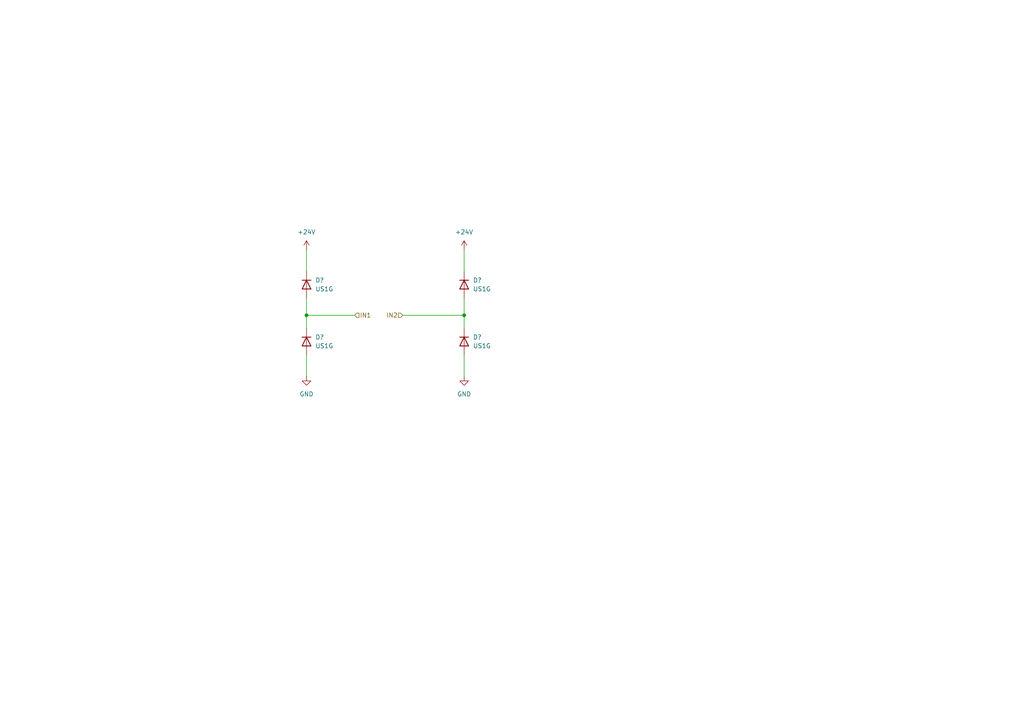
<source format=kicad_sch>
(kicad_sch (version 20211123) (generator eeschema)
  (paper "A4")
  (lib_symbols
    (symbol "Diode:US1G" (pin_numbers hide) (pin_names (offset 1.016) hide)
      (property "Reference" "D" (at 0 2.54 0))
      (property "Value" "US1G" (at 0 -2.54 0))
      (symbol "US1G_0_1"
        (polyline (pts (xy -1.27 1.27) (xy -1.27 -1.27)) (stroke (width 0.254)))
        (polyline (pts (xy 1.27 0) (xy -1.27 0)))
        (polyline (pts (xy 1.27 1.27) (xy 1.27 -1.27) (xy -1.27 0) (xy 1.27 1.27)) (stroke (width 0.254)))
      )
      (symbol "US1G_1_1"
        (pin passive line (at -3.81 0 0) (length 2.54) (name "K") (number "1"))
        (pin passive line (at 3.81 0 180) (length 2.54) (name "A") (number "2"))
      )
    )
    (symbol "power:+24V" (power) (pin_names (offset 0))
      (property "Value" "+24V" (at 0 3.556 0))
      (symbol "+24V_0_1"
        (polyline (pts (xy -0.762 1.27) (xy 0 2.54)))
        (polyline (pts (xy 0 0) (xy 0 2.54)))
        (polyline (pts (xy 0 2.54) (xy 0.762 1.27)))
      )
      (symbol "+24V_1_1"
        (pin power_in line (at 0 0 90) (length 0) hide (name "+24V") (number "1"))
      )
    )
    (symbol "power:GND" (power) (pin_names (offset 0))
      (property "Value" "GND" (at 0 -3.81 0))
      (symbol "GND_0_1"
        (polyline (pts (xy 0 0) (xy 0 -1.27) (xy 1.27 -1.27) (xy 0 -2.54) (xy -1.27 -1.27) (xy 0 -1.27)))
      )
      (symbol "GND_1_1"
        (pin power_in line (at 0 0 270) (length 0) hide (name "GND") (number "1"))
      )
    )
  )
  (junction (at 88.9 91.44))
  (junction (at 134.62 91.44))
  (wire (pts (xy 88.9 102.87) (xy 88.9 109.22)))
  (wire (pts (xy 88.9 91.44) (xy 102.87 91.44)))
  (wire (pts (xy 134.62 86.36) (xy 134.62 91.44)))
  (wire (pts (xy 134.62 72.39) (xy 134.62 78.74)))
  (wire (pts (xy 88.9 86.36) (xy 88.9 91.44)))
  (wire (pts (xy 134.62 91.44) (xy 134.62 95.25)))
  (wire (pts (xy 134.62 102.87) (xy 134.62 109.22)))
  (wire (pts (xy 88.9 91.44) (xy 88.9 95.25)))
  (wire (pts (xy 116.84 91.44) (xy 134.62 91.44)))
  (wire (pts (xy 88.9 72.39) (xy 88.9 78.74)))
  (hierarchical_label "IN2" (shape input) (at 116.84 91.44 180))
  (hierarchical_label "IN1" (shape input) (at 102.87 91.44 0))
  (symbol (lib_id "power:+24V") (at 134.62 72.39 0)
    (property "Reference" "#PWR?" (effects hide))
    (property "Value" "+24V" (at 134.62 67.31 0))
  )
  (symbol (lib_id "Diode:US1G") (at 88.9 99.06 270)
    (property "Reference" "D?" (at 91.44 97.7899 90) (effects (justify left)))
    (property "Value" "US1G" (at 91.44 100.3299 90) (effects (justify left)))
    (property "Footprint" "Diode_SMD:D_SMA" (effects hide))
    (property "Datasheet" "https://www.diodes.com/assets/Datasheets/ds16008.pdf" (effects hide))
  )
  (symbol (lib_id "Diode:US1G") (at 134.62 99.06 270)
    (property "Reference" "D?" (at 137.16 97.7899 90) (effects (justify left)))
    (property "Value" "US1G" (at 137.16 100.3299 90) (effects (justify left)))
    (property "Footprint" "Diode_SMD:D_SMA" (effects hide))
    (property "Datasheet" "https://www.diodes.com/assets/Datasheets/ds16008.pdf" (effects hide))
  )
  (symbol (lib_id "Diode:US1G") (at 134.62 82.55 270)
    (property "Reference" "D?" (at 137.16 81.2799 90) (effects (justify left)))
    (property "Value" "US1G" (at 137.16 83.8199 90) (effects (justify left)))
    (property "Footprint" "Diode_SMD:D_SMA" (effects hide))
    (property "Datasheet" "https://www.diodes.com/assets/Datasheets/ds16008.pdf" (effects hide))
  )
  (symbol (lib_id "Diode:US1G") (at 88.9 82.55 270)
    (property "Reference" "D?" (at 91.44 81.2799 90) (effects (justify left)))
    (property "Value" "US1G" (at 91.44 83.8199 90) (effects (justify left)))
    (property "Footprint" "Diode_SMD:D_SMA" (effects hide))
    (property "Datasheet" "https://www.diodes.com/assets/Datasheets/ds16008.pdf" (effects hide))
  )
  (symbol (lib_id "power:GND") (at 88.9 109.22 0)
    (property "Reference" "#PWR?" (effects hide))
    (property "Value" "GND" (at 88.9 114.3 0))
  )
  (symbol (lib_id "power:+24V") (at 88.9 72.39 0)
    (property "Reference" "#PWR?" (effects hide))
    (property "Value" "+24V" (at 88.9 67.31 0))
  )
  (symbol (lib_id "power:GND") (at 134.62 109.22 0)
    (property "Reference" "#PWR?" (effects hide))
    (property "Value" "GND" (at 134.62 114.3 0))
  )
)
</source>
